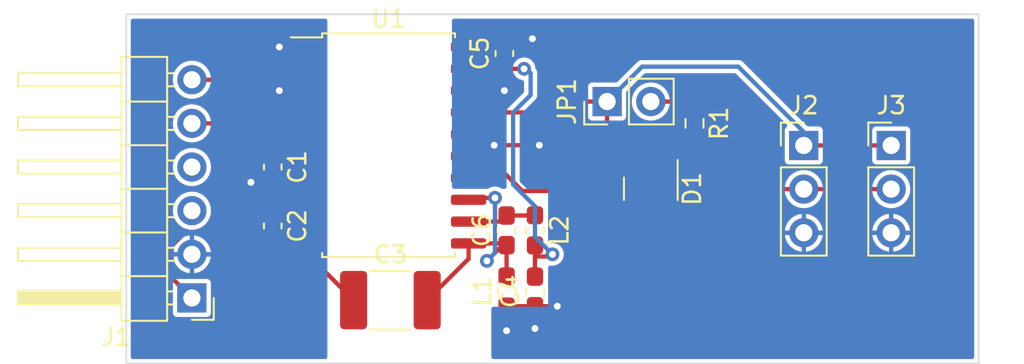
<source format=kicad_pcb>
(kicad_pcb (version 20221231) (generator pcbnew)
  (layers (0 "F.Cu" signal) (31 "B.Cu" signal) (34 "B.Paste" user) (35 "F.Paste" user) (36 "B.SilkS" user "B.Silkscreen") (37 "F.SilkS" user "F.Silkscreen") (38 "B.Mask" user) (39 "F.Mask" user) (44 "Edge.Cuts" user))
  (net 0 "")
  (net 1 "Net-(J1-Pin_1)")
  (net 2 "GND")
  (net 3 "GND1")
  (net 4 "GND2")
  (net 5 "Net-(U1-VISOIN)")
  (net 6 "Net-(U1-VISOOUT)")
  (net 7 "Net-(D1-A1)")
  (net 8 "Net-(D1-A2)")
  (net 11 "Net-(J1-Pin_5)")
  (net 12 "Net-(J1-Pin_6)")
  (net 13 "Net-(JP1-B)")
  (footprint "Capacitor_SMD:C_0603_1608Metric_Pad1.08x0.95mm_HandSolder" (layer "F.Cu") (at 119.888 65.913 90)
    (fp_text reference "C6" (at 0 -1.43 90) (layer "F.SilkS"))
    (fp_text value "C")
    (fp_line (start -0.146267 -0.51) (end 0.146267 -0.51) (stroke (width 0.12)) (layer "F.SilkS"))
    (fp_line (start -0.146267 0.51) (end 0.146267 0.51) (stroke (width 0.12)) (layer "F.SilkS"))
    (pad "1" smd roundrect (at -0.8625 0 90) (size 1.075 0.95) (layers "F.Cu" "F.Paste" "F.Mask") (net 3 "GND1"))
    (pad "2" smd roundrect (at 0.8625 0 90) (size 1.075 0.95) (layers "F.Cu" "F.Paste" "F.Mask") (net 6 "Net-(U1-VISOOUT)"))
  )
  (footprint "Connector_PinHeader_2.54mm:PinHeader_1x03_P2.54mm_Vertical" (layer "F.Cu") (at 142.24 60.975)
    (fp_text reference "J3" (at 0 -2.33) (layer "F.SilkS"))
    (fp_text value "Conn_01x03_Female")
    (fp_line (start -1.33 -1.33) (end 0 -1.33) (stroke (width 0.12)) (layer "F.SilkS"))
    (fp_line (start -1.33 0) (end -1.33 -1.33) (stroke (width 0.12)) (layer "F.SilkS"))
    (fp_line (start -1.33 1.27) (end -1.33 6.41) (stroke (width 0.12)) (layer "F.SilkS"))
    (fp_line (start -1.33 1.27) (end 1.33 1.27) (stroke (width 0.12)) (layer "F.SilkS"))
    (fp_line (start -1.33 6.41) (end 1.33 6.41) (stroke (width 0.12)) (layer "F.SilkS"))
    (fp_line (start 1.33 1.27) (end 1.33 6.41) (stroke (width 0.12)) (layer "F.SilkS"))
    (pad "1" thru_hole rect (at 0 0) (size 1.7 1.7) (drill 1) (layers *.Cu *.Mask) (net 8 "Net-(D1-A2)"))
    (pad "2" thru_hole oval (at 0 2.54) (size 1.7 1.7) (drill 1) (layers *.Cu *.Mask) (net 7 "Net-(D1-A1)"))
    (pad "3" thru_hole oval (at 0 5.08) (size 1.7 1.7) (drill 1) (layers *.Cu *.Mask) (net 4 "GND2"))
  )
  (footprint "Inductor_SMD:L_0603_1608Metric_Pad1.05x0.95mm_HandSolder" (layer "F.Cu") (at 119.888 69.469 90)
    (fp_text reference "L1" (at 0 -1.43 90) (layer "F.SilkS"))
    (fp_text value "L")
    (fp_line (start -0.171267 -0.51) (end 0.171267 -0.51) (stroke (width 0.12)) (layer "F.SilkS"))
    (fp_line (start -0.171267 0.51) (end 0.171267 0.51) (stroke (width 0.12)) (layer "F.SilkS"))
    (pad "1" smd roundrect (at -0.875 0 90) (size 1.05 0.95) (layers "F.Cu" "F.Paste" "F.Mask") (net 4 "GND2"))
    (pad "2" smd roundrect (at 0.875 0 90) (size 1.05 0.95) (layers "F.Cu" "F.Paste" "F.Mask") (net 3 "GND1"))
  )
  (footprint "Capacitor_SMD:C_0603_1608Metric_Pad1.08x0.95mm_HandSolder" (layer "F.Cu") (at 121.539 69.469 90)
    (fp_text reference "C4" (at 0 -1.43 90) (layer "F.SilkS"))
    (fp_text value "C")
    (fp_line (start -0.146267 -0.51) (end 0.146267 -0.51) (stroke (width 0.12)) (layer "F.SilkS"))
    (fp_line (start -0.146267 0.51) (end 0.146267 0.51) (stroke (width 0.12)) (layer "F.SilkS"))
    (pad "1" smd roundrect (at -0.8625 0 90) (size 1.075 0.95) (layers "F.Cu" "F.Paste" "F.Mask") (net 4 "GND2"))
    (pad "2" smd roundrect (at 0.8625 0 90) (size 1.075 0.95) (layers "F.Cu" "F.Paste" "F.Mask") (net 5 "Net-(U1-VISOIN)"))
  )
  (footprint "Capacitor_SMD:C_0603_1608Metric_Pad1.08x0.95mm_HandSolder" (layer "F.Cu") (at 106.299 62.23 -90)
    (fp_text reference "C1" (at 0 -1.43 90) (layer "F.SilkS"))
    (fp_text value "C")
    (fp_line (start -0.146267 -0.51) (end 0.146267 -0.51) (stroke (width 0.12)) (layer "F.SilkS"))
    (fp_line (start -0.146267 0.51) (end 0.146267 0.51) (stroke (width 0.12)) (layer "F.SilkS"))
    (pad "1" smd roundrect (at -0.8625 0 270) (size 1.075 0.95) (layers "F.Cu" "F.Paste" "F.Mask") (net 1 "Net-(J1-Pin_1)"))
    (pad "2" smd roundrect (at 0.8625 0 270) (size 1.075 0.95) (layers "F.Cu" "F.Paste" "F.Mask") (net 2 "GND"))
  )
  (footprint "Capacitor_SMD:C_0603_1608Metric_Pad1.08x0.95mm_HandSolder" (layer "F.Cu") (at 106.299 65.659 -90)
    (fp_text reference "C2" (at 0 -1.43 90) (layer "F.SilkS"))
    (fp_text value "C")
    (fp_line (start -0.146267 -0.51) (end 0.146267 -0.51) (stroke (width 0.12)) (layer "F.SilkS"))
    (fp_line (start -0.146267 0.51) (end 0.146267 0.51) (stroke (width 0.12)) (layer "F.SilkS"))
    (pad "1" smd roundrect (at -0.8625 0 270) (size 1.075 0.95) (layers "F.Cu" "F.Paste" "F.Mask") (net 1 "Net-(J1-Pin_1)"))
    (pad "2" smd roundrect (at 0.8625 0 270) (size 1.075 0.95) (layers "F.Cu" "F.Paste" "F.Mask") (net 2 "GND"))
  )
  (footprint "Connector_PinHeader_2.54mm:PinHeader_1x02_P2.54mm_Vertical" (layer "F.Cu") (at 125.73 58.42 90)
    (fp_text reference "JP1" (at 0 -2.33 90) (layer "F.SilkS"))
    (fp_text value "Jumper_2_Open")
    (fp_line (start -1.33 -1.33) (end 0 -1.33) (stroke (width 0.12)) (layer "F.SilkS"))
    (fp_line (start -1.33 0) (end -1.33 -1.33) (stroke (width 0.12)) (layer "F.SilkS"))
    (fp_line (start -1.33 1.27) (end -1.33 3.87) (stroke (width 0.12)) (layer "F.SilkS"))
    (fp_line (start -1.33 1.27) (end 1.33 1.27) (stroke (width 0.12)) (layer "F.SilkS"))
    (fp_line (start -1.33 3.87) (end 1.33 3.87) (stroke (width 0.12)) (layer "F.SilkS"))
    (fp_line (start 1.33 1.27) (end 1.33 3.87) (stroke (width 0.12)) (layer "F.SilkS"))
    (pad "1" thru_hole rect (at 0 0 90) (size 1.7 1.7) (drill 1) (layers *.Cu *.Mask) (net 8 "Net-(D1-A2)"))
    (pad "2" thru_hole oval (at 0 2.54 90) (size 1.7 1.7) (drill 1) (layers *.Cu *.Mask) (net 13 "Net-(JP1-B)"))
  )
  (footprint "Resistor_SMD:R_0603_1608Metric_Pad0.98x0.95mm_HandSolder" (layer "F.Cu") (at 130.81 59.69 -90)
    (fp_text reference "R1" (at 0 -1.43 90) (layer "F.SilkS"))
    (fp_text value "R")
    (fp_line (start -0.254724 -0.5225) (end 0.254724 -0.5225) (stroke (width 0.12)) (layer "F.SilkS"))
    (fp_line (start -0.254724 0.5225) (end 0.254724 0.5225) (stroke (width 0.12)) (layer "F.SilkS"))
    (pad "1" smd roundrect (at -0.9125 0 270) (size 0.975 0.95) (layers "F.Cu" "F.Paste" "F.Mask") (net 13 "Net-(JP1-B)"))
    (pad "2" smd roundrect (at 0.9125 0 270) (size 0.975 0.95) (layers "F.Cu" "F.Paste" "F.Mask") (net 7 "Net-(D1-A1)"))
  )
  (footprint "Package_SO:SOIC-20W_7.5x12.8mm_P1.27mm" (layer "F.Cu") (at 113.03 60.96)
    (fp_text reference "U1" (at 0 -7.35) (layer "F.SilkS"))
    (fp_text value "ADM3053")
    (fp_line (start -3.86 -6.51) (end -3.86 -6.275) (stroke (width 0.12)) (layer "F.SilkS"))
    (fp_line (start -3.86 -6.275) (end -5.675 -6.275) (stroke (width 0.12)) (layer "F.SilkS"))
    (fp_line (start -3.86 6.51) (end -3.86 6.275) (stroke (width 0.12)) (layer "F.SilkS"))
    (fp_line (start 0 -6.51) (end -3.86 -6.51) (stroke (width 0.12)) (layer "F.SilkS"))
    (fp_line (start 0 -6.51) (end 3.86 -6.51) (stroke (width 0.12)) (layer "F.SilkS"))
    (fp_line (start 0 6.51) (end -3.86 6.51) (stroke (width 0.12)) (layer "F.SilkS"))
    (fp_line (start 0 6.51) (end 3.86 6.51) (stroke (width 0.12)) (layer "F.SilkS"))
    (fp_line (start 3.86 -6.51) (end 3.86 -6.275) (stroke (width 0.12)) (layer "F.SilkS"))
    (fp_line (start 3.86 6.51) (end 3.86 6.275) (stroke (width 0.12)) (layer "F.SilkS"))
    (pad "1" smd roundrect (at -4.65 -5.715) (size 2.05 0.6) (layers "F.Cu" "F.Paste" "F.Mask") (net 2 "GND"))
    (pad "2" smd roundrect (at -4.65 -4.445) (size 2.05 0.6) (layers "F.Cu" "F.Paste" "F.Mask"))
    (pad "3" smd roundrect (at -4.65 -3.175) (size 2.05 0.6) (layers "F.Cu" "F.Paste" "F.Mask") (net 2 "GND"))
    (pad "4" smd roundrect (at -4.65 -1.905) (size 2.05 0.6) (layers "F.Cu" "F.Paste" "F.Mask") (net 12 "Net-(J1-Pin_6)"))
    (pad "5" smd roundrect (at -4.65 -0.635) (size 2.05 0.6) (layers "F.Cu" "F.Paste" "F.Mask") (net 11 "Net-(J1-Pin_5)"))
    (pad "6" smd roundrect (at -4.65 0.635) (size 2.05 0.6) (layers "F.Cu" "F.Paste" "F.Mask") (net 1 "Net-(J1-Pin_1)"))
    (pad "7" smd roundrect (at -4.65 1.905) (size 2.05 0.6) (layers "F.Cu" "F.Paste" "F.Mask") (net 2 "GND"))
    (pad "8" smd roundrect (at -4.65 3.175) (size 2.05 0.6) (layers "F.Cu" "F.Paste" "F.Mask") (net 1 "Net-(J1-Pin_1)"))
    (pad "9" smd roundrect (at -4.65 4.445) (size 2.05 0.6) (layers "F.Cu" "F.Paste" "F.Mask") (net 2 "GND"))
    (pad "10" smd roundrect (at -4.65 5.715) (size 2.05 0.6) (layers "F.Cu" "F.Paste" "F.Mask") (net 2 "GND"))
    (pad "11" smd roundrect (at 4.65 5.715) (size 2.05 0.6) (layers "F.Cu" "F.Paste" "F.Mask") (net 3 "GND1"))
    (pad "12" smd roundrect (at 4.65 4.445) (size 2.05 0.6) (layers "F.Cu" "F.Paste" "F.Mask") (net 6 "Net-(U1-VISOOUT)"))
    (pad "13" smd roundrect (at 4.65 3.175) (size 2.05 0.6) (layers "F.Cu" "F.Paste" "F.Mask") (net 3 "GND1"))
    (pad "14" smd roundrect (at 4.65 1.905) (size 2.05 0.6) (layers "F.Cu" "F.Paste" "F.Mask"))
    (pad "15" smd roundrect (at 4.65 0.635) (size 2.05 0.6) (layers "F.Cu" "F.Paste" "F.Mask") (net 7 "Net-(D1-A1)"))
    (pad "16" smd roundrect (at 4.65 -0.635) (size 2.05 0.6) (layers "F.Cu" "F.Paste" "F.Mask") (net 4 "GND2"))
    (pad "17" smd roundrect (at 4.65 -1.905) (size 2.05 0.6) (layers "F.Cu" "F.Paste" "F.Mask") (net 8 "Net-(D1-A2)"))
    (pad "18" smd roundrect (at 4.65 -3.175) (size 2.05 0.6) (layers "F.Cu" "F.Paste" "F.Mask") (net 4 "GND2"))
    (pad "19" smd roundrect (at 4.65 -4.445) (size 2.05 0.6) (layers "F.Cu" "F.Paste" "F.Mask") (net 5 "Net-(U1-VISOIN)"))
    (pad "20" smd roundrect (at 4.65 -5.715) (size 2.05 0.6) (layers "F.Cu" "F.Paste" "F.Mask") (net 4 "GND2"))
  )
  (footprint "Capacitor_SMD:C_0603_1608Metric_Pad1.08x0.95mm_HandSolder" (layer "F.Cu") (at 119.761 55.626 90)
    (fp_text reference "C5" (at 0 -1.43 90) (layer "F.SilkS"))
    (fp_text value "C")
    (fp_line (start -0.146267 -0.51) (end 0.146267 -0.51) (stroke (width 0.12)) (layer "F.SilkS"))
    (fp_line (start -0.146267 0.51) (end 0.146267 0.51) (stroke (width 0.12)) (layer "F.SilkS"))
    (pad "1" smd roundrect (at -0.8625 0 90) (size 1.075 0.95) (layers "F.Cu" "F.Paste" "F.Mask") (net 5 "Net-(U1-VISOIN)"))
    (pad "2" smd roundrect (at 0.8625 0 90) (size 1.075 0.95) (layers "F.Cu" "F.Paste" "F.Mask") (net 4 "GND2"))
  )
  (footprint "Capacitor_SMD:C_1812_4532Metric_Pad1.57x3.40mm_HandSolder" (layer "F.Cu") (at 113.1355 69.977)
    (fp_text reference "C3" (at 0 -2.65) (layer "F.SilkS"))
    (fp_text value "C")
    (fp_line (start -1.161252 -1.71) (end 1.161252 -1.71) (stroke (width 0.12)) (layer "F.SilkS"))
    (fp_line (start -1.161252 1.71) (end 1.161252 1.71) (stroke (width 0.12)) (layer "F.SilkS"))
    (pad "1" smd roundrect (at -2.1375 0) (size 1.575 3.4) (layers "F.Cu" "F.Paste" "F.Mask") (roundrect_rratio 0.15873) (net 2 "GND"))
    (pad "2" smd roundrect (at 2.1375 0) (size 1.575 3.4) (layers "F.Cu" "F.Paste" "F.Mask") (roundrect_rratio 0.15873) (net 3 "GND1"))
  )
  (footprint "Connector_PinHeader_2.54mm:PinHeader_1x03_P2.54mm_Vertical" (layer "F.Cu") (at 137.16 60.975)
    (fp_text reference "J2" (at 0 -2.33) (layer "F.SilkS"))
    (fp_text value "Conn_01x03_Female")
    (fp_line (start -1.33 -1.33) (end 0 -1.33) (stroke (width 0.12)) (layer "F.SilkS"))
    (fp_line (start -1.33 0) (end -1.33 -1.33) (stroke (width 0.12)) (layer "F.SilkS"))
    (fp_line (start -1.33 1.27) (end -1.33 6.41) (stroke (width 0.12)) (layer "F.SilkS"))
    (fp_line (start -1.33 1.27) (end 1.33 1.27) (stroke (width 0.12)) (layer "F.SilkS"))
    (fp_line (start -1.33 6.41) (end 1.33 6.41) (stroke (width 0.12)) (layer "F.SilkS"))
    (fp_line (start 1.33 1.27) (end 1.33 6.41) (stroke (width 0.12)) (layer "F.SilkS"))
    (pad "1" thru_hole rect (at 0 0) (size 1.7 1.7) (drill 1) (layers *.Cu *.Mask) (net 8 "Net-(D1-A2)"))
    (pad "2" thru_hole oval (at 0 2.54) (size 1.7 1.7) (drill 1) (layers *.Cu *.Mask) (net 7 "Net-(D1-A1)"))
    (pad "3" thru_hole oval (at 0 5.08) (size 1.7 1.7) (drill 1) (layers *.Cu *.Mask) (net 4 "GND2"))
  )
  (footprint "Package_TO_SOT_SMD:SOT-23" (layer "F.Cu") (at 128.27 63.5 -90)
    (fp_text reference "D1" (at 0 -2.4 90) (layer "F.SilkS"))
    (fp_text value "SM712_SOT23")
    (fp_line (start 0 -1.56) (end -1.675 -1.56) (stroke (width 0.12)) (layer "F.SilkS"))
    (fp_line (start 0 -1.56) (end 0.65 -1.56) (stroke (width 0.12)) (layer "F.SilkS"))
    (fp_line (start 0 1.56) (end -0.65 1.56) (stroke (width 0.12)) (layer "F.SilkS"))
    (fp_line (start 0 1.56) (end 0.65 1.56) (stroke (width 0.12)) (layer "F.SilkS"))
    (pad "1" smd roundrect (at -0.9375 -0.95 270) (size 1.475 0.6) (layers "F.Cu" "F.Paste" "F.Mask") (net 7 "Net-(D1-A1)"))
    (pad "2" smd roundrect (at -0.9375 0.95 270) (size 1.475 0.6) (layers "F.Cu" "F.Paste" "F.Mask") (net 8 "Net-(D1-A2)"))
    (pad "3" smd roundrect (at 0.9375 0 270) (size 1.475 0.6) (layers "F.Cu" "F.Paste" "F.Mask") (net 4 "GND2"))
  )
  (footprint "Inductor_SMD:L_0603_1608Metric_Pad1.05x0.95mm_HandSolder" (layer "F.Cu") (at 121.539 65.913 -90)
    (fp_text reference "L2" (at 0 -1.43 90) (layer "F.SilkS"))
    (fp_text value "L")
    (fp_line (start -0.171267 -0.51) (end 0.171267 -0.51) (stroke (width 0.12)) (layer "F.SilkS"))
    (fp_line (start -0.171267 0.51) (end 0.171267 0.51) (stroke (width 0.12)) (layer "F.SilkS"))
    (pad "1" smd roundrect (at -0.875 0 270) (size 1.05 0.95) (layers "F.Cu" "F.Paste" "F.Mask") (net 6 "Net-(U1-VISOOUT)"))
    (pad "2" smd roundrect (at 0.875 0 270) (size 1.05 0.95) (layers "F.Cu" "F.Paste" "F.Mask") (net 5 "Net-(U1-VISOIN)"))
  )
  (footprint "Connector_PinHeader_2.54mm:PinHeader_1x06_P2.54mm_Horizontal" (layer "F.Cu") (at 101.6 69.85 180)
    (fp_text reference "J1" (at 4.385 -2.27) (layer "F.SilkS"))
    (fp_text value "Conn_01x06_Male")
    (fp_line (start -1.27 -1.27) (end 0 -1.27) (stroke (width 0.12)) (layer "F.SilkS"))
    (fp_line (start -1.27 0) (end -1.27 -1.27) (stroke (width 0.12)) (layer "F.SilkS"))
    (fp_line (start 1.042929 2.16) (end 1.44 2.16) (stroke (width 0.12)) (layer "F.SilkS"))
    (fp_line (start 1.042929 2.92) (end 1.44 2.92) (stroke (width 0.12)) (layer "F.SilkS"))
    (fp_line (start 1.042929 4.7) (end 1.44 4.7) (stroke (width 0.12)) (layer "F.SilkS"))
    (fp_line (start 1.042929 5.46) (end 1.44 5.46) (stroke (width 0.12)) (layer "F.SilkS"))
    (fp_line (start 1.042929 7.24) (end 1.44 7.24) (stroke (width 0.12)) (layer "F.SilkS"))
    (fp_line (start 1.042929 8) (end 1.44 8) (stroke (width 0.12)) (layer "F.SilkS"))
    (fp_line (start 1.042929 9.78) (end 1.44 9.78) (stroke (width 0.12)) (layer "F.SilkS"))
    (fp_line (start 1.042929 10.54) (end 1.44 10.54) (stroke (width 0.12)) (layer "F.SilkS"))
    (fp_line (start 1.042929 12.32) (end 1.44 12.32) (stroke (width 0.12)) (layer "F.SilkS"))
    (fp_line (start 1.042929 13.08) (end 1.44 13.08) (stroke (width 0.12)) (layer "F.SilkS"))
    (fp_line (start 1.11 -0.38) (end 1.44 -0.38) (stroke (width 0.12)) (layer "F.SilkS"))
    (fp_line (start 1.11 0.38) (end 1.44 0.38) (stroke (width 0.12)) (layer "F.SilkS"))
    (fp_line (start 1.44 -1.33) (end 1.44 14.03) (stroke (width 0.12)) (layer "F.SilkS"))
    (fp_line (start 1.44 1.27) (end 4.1 1.27) (stroke (width 0.12)) (layer "F.SilkS"))
    (fp_line (start 1.44 3.81) (end 4.1 3.81) (stroke (width 0.12)) (layer "F.SilkS"))
    (fp_line (start 1.44 6.35) (end 4.1 6.35) (stroke (width 0.12)) (layer "F.SilkS"))
    (fp_line (start 1.44 8.89) (end 4.1 8.89) (stroke (width 0.12)) (layer "F.SilkS"))
    (fp_line (start 1.44 11.43) (end 4.1 11.43) (stroke (width 0.12)) (layer "F.SilkS"))
    (fp_line (start 1.44 14.03) (end 4.1 14.03) (stroke (width 0.12)) (layer "F.SilkS"))
    (fp_line (start 4.1 -1.33) (end 1.44 -1.33) (stroke (width 0.12)) (layer "F.SilkS"))
    (fp_line (start 4.1 -0.38) (end 10.1 -0.38) (stroke (width 0.12)) (layer "F.SilkS"))
    (fp_line (start 4.1 -0.32) (end 10.1 -0.32) (stroke (width 0.12)) (layer "F.SilkS"))
    (fp_line (start 4.1 -0.2) (end 10.1 -0.2) (stroke (width 0.12)) (layer "F.SilkS"))
    (fp_line (start 4.1 -0.08) (end 10.1 -0.08) (stroke (width 0.12)) (layer "F.SilkS"))
    (fp_line (start 4.1 0.04) (end 10.1 0.04) (stroke (width 0.12)) (layer "F.SilkS"))
    (fp_line (start 4.1 0.16) (end 10.1 0.16) (stroke (width 0.12)) (layer "F.SilkS"))
    (fp_line (start 4.1 0.28) (end 10.1 0.28) (stroke (width 0.12)) (layer "F.SilkS"))
    (fp_line (start 4.1 2.16) (end 10.1 2.16) (stroke (width 0.12)) (layer "F.SilkS"))
    (fp_line (start 4.1 4.7) (end 10.1 4.7) (stroke (width 0.12)) (layer "F.SilkS"))
    (fp_line (start 4.1 7.24) (end 10.1 7.24) (stroke (width 0.12)) (layer "F.SilkS"))
    (fp_line (start 4.1 9.78) (end 10.1 9.78) (stroke (width 0.12)) (layer "F.SilkS"))
    (fp_line (start 4.1 12.32) (end 10.1 12.32) (stroke (width 0.12)) (layer "F.SilkS"))
    (fp_line (start 4.1 14.03) (end 4.1 -1.33) (stroke (width 0.12)) (layer "F.SilkS"))
    (fp_line (start 10.1 -0.38) (end 10.1 0.38) (stroke (width 0.12)) (layer "F.SilkS"))
    (fp_line (start 10.1 0.38) (end 4.1 0.38) (stroke (width 0.12)) (layer "F.SilkS"))
    (fp_line (start 10.1 2.16) (end 10.1 2.92) (stroke (width 0.12)) (layer "F.SilkS"))
    (fp_line (start 10.1 2.92) (end 4.1 2.92) (stroke (width 0.12)) (layer "F.SilkS"))
    (fp_line (start 10.1 4.7) (end 10.1 5.46) (stroke (width 0.12)) (layer "F.SilkS"))
    (fp_line (start 10.1 5.46) (end 4.1 5.46) (stroke (width 0.12)) (layer "F.SilkS"))
    (fp_line (start 10.1 7.24) (end 10.1 8) (stroke (width 0.12)) (layer "F.SilkS"))
    (fp_line (start 10.1 8) (end 4.1 8) (stroke (width 0.12)) (layer "F.SilkS"))
    (fp_line (start 10.1 9.78) (end 10.1 10.54) (stroke (width 0.12)) (layer "F.SilkS"))
    (fp_line (start 10.1 10.54) (end 4.1 10.54) (stroke (width 0.12)) (layer "F.SilkS"))
    (fp_line (start 10.1 12.32) (end 10.1 13.08) (stroke (width 0.12)) (layer "F.SilkS"))
    (fp_line (start 10.1 13.08) (end 4.1 13.08) (stroke (width 0.12)) (layer "F.SilkS"))
    (pad "1" thru_hole rect (at 0 0 180) (size 1.7 1.7) (drill 1) (layers *.Cu *.Mask) (net 1 "Net-(J1-Pin_1)"))
    (pad "2" thru_hole oval (at 0 2.54 180) (size 1.7 1.7) (drill 1) (layers *.Cu *.Mask) (net 2 "GND"))
    (pad "3" thru_hole oval (at 0 5.08 180) (size 1.7 1.7) (drill 1) (layers *.Cu *.Mask))
    (pad "4" thru_hole oval (at 0 7.62 180) (size 1.7 1.7) (drill 1) (layers *.Cu *.Mask))
    (pad "5" thru_hole oval (at 0 10.16 180) (size 1.7 1.7) (drill 1) (layers *.Cu *.Mask) (net 11 "Net-(J1-Pin_5)"))
    (pad "6" thru_hole oval (at 0 12.7 180) (size 1.7 1.7) (drill 1) (layers *.Cu *.Mask) (net 12 "Net-(J1-Pin_6)"))
  )
  (gr_line (start 147.32 53.34) (end 97.79 53.34) (stroke (width 0.1)) (layer "Edge.Cuts"))
  (gr_line (start 97.79 73.66) (end 147.32 73.66) (stroke (width 0.1)) (layer "Edge.Cuts"))
  (gr_line (start 97.79 53.34) (end 97.79 73.66) (stroke (width 0.1)) (layer "Edge.Cuts"))
  (gr_line (start 147.32 73.66) (end 147.32 53.34) (stroke (width 0.1)) (layer "Edge.Cuts"))
  (segment (start 100.425489 68.675489) (end 100.425489 66.823501) (width 0.25) (layer "F.Cu") (net 1))
  (segment (start 101.20899 66.04) (end 103.505 66.04) (width 0.25) (layer "F.Cu") (net 1))
  (segment (start 103.505 66.04) (end 103.505 63.618386) (width 0.25) (layer "F.Cu") (net 1))
  (segment (start 105.755886 61.3675) (end 106.299 61.3675) (width 0.25) (layer "F.Cu") (net 1))
  (segment (start 103.505 66.04) (end 105.0555 66.04) (width 0.25) (layer "F.Cu") (net 1))
  (segment (start 108.38 61.595) (end 106.5265 61.595) (width 0.25) (layer "F.Cu") (net 1))
  (segment (start 106.9605 64.135) (end 106.299 64.7965) (width 0.25) (layer "F.Cu") (net 1))
  (segment (start 101.6 69.85) (end 100.425489 68.675489) (width 0.25) (layer "F.Cu") (net 1))
  (segment (start 106.5265 61.595) (end 106.299 61.3675) (width 0.25) (layer "F.Cu") (net 1))
  (segment (start 105.0555 66.04) (end 106.299 64.7965) (width 0.25) (layer "F.Cu") (net 1))
  (segment (start 103.505 63.618386) (end 105.755886 61.3675) (width 0.25) (layer "F.Cu") (net 1))
  (segment (start 100.425489 66.823501) (end 101.20899 66.04) (width 0.25) (layer "F.Cu") (net 1))
  (segment (start 108.38 64.135) (end 106.9605 64.135) (width 0.25) (layer "F.Cu") (net 1))
  (segment (start 108.38 66.675) (end 108.38 67.359) (width 0.25) (layer "F.Cu") (net 2))
  (segment (start 106.4525 66.675) (end 106.299 66.5215) (width 0.25) (layer "F.Cu") (net 2))
  (segment (start 108.38 67.359) (end 110.998 69.977) (width 0.25) (layer "F.Cu") (net 2))
  (segment (start 106.5265 62.865) (end 106.299 63.0925) (width 0.25) (layer "F.Cu") (net 2))
  (segment (start 105.0555 63.0925) (end 105.029 63.119) (width 0.25) (layer "F.Cu") (net 2))
  (segment (start 106.299 63.0925) (end 105.0555 63.0925) (width 0.25) (layer "F.Cu") (net 2))
  (segment (start 108.38 55.245) (end 106.68 55.245) (width 0.25) (layer "F.Cu") (net 2))
  (segment (start 108.38 57.785) (end 106.68 57.785) (width 0.25) (layer "F.Cu") (net 2))
  (segment (start 106.299 66.5215) (end 105.5105 67.31) (width 0.25) (layer "F.Cu") (net 2))
  (segment (start 108.38 66.675) (end 106.4525 66.675) (width 0.25) (layer "F.Cu") (net 2))
  (segment (start 108.38 62.865) (end 106.5265 62.865) (width 0.25) (layer "F.Cu") (net 2))
  (segment (start 105.5105 67.31) (end 101.6 67.31) (width 0.25) (layer "F.Cu") (net 2))
  (segment (start 108.38 65.405) (end 108.38 66.675) (width 0.25) (layer "F.Cu") (net 2))
  (via (at 105.029 63.119) (size 0.8) (drill 0.4) (layers "F.Cu" "B.Cu") (net 2))
  (via (at 106.68 57.785) (size 0.8) (drill 0.4) (layers "F.Cu" "B.Cu") (net 2))
  (via (at 106.68 55.245) (size 0.8) (drill 0.4) (layers "F.Cu" "B.Cu") (net 2))
  (segment (start 119.7875 66.675) (end 119.888 66.7755) (width 0.25) (layer "F.Cu") (net 3))
  (segment (start 117.68 66.675) (end 117.68 67.57) (width 0.25) (layer "F.Cu") (net 3))
  (segment (start 119.888 66.7755) (end 119.6605 66.7755) (width 0.25) (layer "F.Cu") (net 3))
  (segment (start 117.68 67.57) (end 115.273 69.977) (width 0.25) (layer "F.Cu") (net 3))
  (segment (start 117.791392 64.023608) (end 117.68 64.135) (width 0.25) (layer "F.Cu") (net 3))
  (segment (start 119.888 66.7755) (end 119.888 68.594) (width 0.25) (layer "F.Cu") (net 3))
  (segment (start 119.215533 64.023608) (end 117.791392 64.023608) (width 0.25) (layer "F.Cu") (net 3))
  (segment (start 117.68 66.675) (end 119.7875 66.675) (width 0.25) (layer "F.Cu") (net 3))
  (segment (start 119.6605 66.7755) (end 118.745 67.691) (width 0.25) (layer "F.Cu") (net 3))
  (via (at 119.215533 64.023608) (size 0.8) (drill 0.4) (layers "F.Cu" "B.Cu") (net 3))
  (via (at 118.745 67.691) (size 0.8) (drill 0.4) (layers "F.Cu" "B.Cu") (net 3))
  (segment (start 119.215533 67.220467) (end 119.215533 64.023608) (width 0.25) (layer "B.Cu") (net 3))
  (segment (start 118.745 67.691) (end 119.215533 67.220467) (width 0.25) (layer "B.Cu") (net 3))
  (segment (start 121.539 70.3315) (end 121.539 71.628) (width 0.25) (layer "F.Cu") (net 4))
  (segment (start 117.68 57.785) (end 119.761 57.785) (width 0.25) (layer "F.Cu") (net 4))
  (segment (start 118.5285 60.325) (end 119.1635 60.96) (width 0.25) (layer "F.Cu") (net 4))
  (segment (start 130.7315 64.4375) (end 132.349 66.055) (width 0.25) (layer "F.Cu") (net 4))
  (segment (start 121.539 70.3315) (end 119.9005 70.3315) (width 0.25) (layer "F.Cu") (net 4))
  (segment (start 117.68 60.325) (end 118.5285 60.325) (width 0.25) (layer "F.Cu") (net 4))
  (segment (start 119.888 70.344) (end 119.888 71.755) (width 0.25) (layer "F.Cu") (net 4))
  (segment (start 119.761 54.7635) (end 121.3855 54.7635) (width 0.25) (layer "F.Cu") (net 4))
  (segment (start 128.27 64.4375) (end 130.7315 64.4375) (width 0.25) (layer "F.Cu") (net 4))
  (segment (start 122.8355 70.3315) (end 121.539 70.3315) (width 0.25) (layer "F.Cu") (net 4))
  (segment (start 119.2795 55.245) (end 119.761 54.7635) (width 0.25) (layer "F.Cu") (net 4))
  (segment (start 137.16 66.055) (end 142.24 66.055) (width 0.25) (layer "F.Cu") (net 4))
  (segment (start 121.412 54.737) (end 121.3855 54.7635) (width 0.25) (layer "F.Cu") (net 4))
  (segment (start 119.1635 60.96) (end 121.539 60.96) (width 0.25) (layer "F.Cu") (net 4))
  (segment (start 121.539 60.96) (end 121.793 60.96) (width 0.25) (layer "F.Cu") (net 4))
  (segment (start 128.27 64.4375) (end 128.27 66.802) (width 0.25) (layer "F.Cu") (net 4))
  (segment (start 128.27 66.802) (end 124.7405 70.3315) (width 0.25) (layer "F.Cu") (net 4))
  (segment (start 119.9005 70.3315) (end 119.888 70.344) (width 0.25) (layer "F.Cu") (net 4))
  (segment (start 117.68 55.245) (end 119.2795 55.245) (width 0.25) (layer "F.Cu") (net 4))
  (segment (start 124.7405 70.3315) (end 122.8355 70.3315) (width 0.25) (layer "F.Cu") (net 4))
  (segment (start 132.349 66.055) (end 137.16 66.055) (width 0.25) (layer "F.Cu") (net 4))
  (via (at 121.3855 54.7635) (size 0.8) (drill 0.4) (layers "F.Cu" "B.Cu") (net 4))
  (via (at 119.1635 60.96) (size 0.8) (drill 0.4) (layers "F.Cu" "B.Cu") (net 4))
  (via (at 121.539 71.628) (size 0.8) (drill 0.4) (layers "F.Cu" "B.Cu") (net 4))
  (via (at 119.761 57.785) (size 0.8) (drill 0.4) (layers "F.Cu" "B.Cu") (net 4))
  (via (at 121.793 60.96) (size 0.8) (drill 0.4) (layers "F.Cu" "B.Cu") (net 4))
  (via (at 122.8355 70.3315) (size 0.8) (drill 0.4) (layers "F.Cu" "B.Cu") (net 4))
  (via (at 119.888 71.755) (size 0.8) (drill 0.4) (layers "F.Cu" "B.Cu") (net 4))
  (segment (start 120.904 56.515) (end 119.7875 56.515) (width 0.25) (layer "F.Cu") (net 5))
  (segment (start 122.428 67.437) (end 122.555 67.31) (width 0.25) (layer "F.Cu") (net 5))
  (segment (start 121.539 66.788) (end 121.539 67.437) (width 0.25) (layer "F.Cu") (net 5))
  (segment (start 119.7875 56.515) (end 119.761 56.4885) (width 0.25) (layer "F.Cu") (net 5))
  (segment (start 121.539 67.437) (end 121.539 68.6065) (width 0.25) (layer "F.Cu") (net 5))
  (segment (start 117.68 56.515) (end 119.7345 56.515) (width 0.25) (layer "F.Cu") (net 5))
  (segment (start 119.7345 56.515) (end 119.761 56.4885) (width 0.25) (layer "F.Cu") (net 5))
  (segment (start 121.539 67.437) (end 122.428 67.437) (width 0.25) (layer "F.Cu") (net 5))
  (via (at 122.555 67.31) (size 0.8) (drill 0.4) (layers "F.Cu" "B.Cu") (net 5))
  (via (at 120.904 56.515) (size 0.8) (drill 0.4) (layers "F.Cu" "B.Cu") (net 5))
  (segment (start 122.555 67.31) (end 121.539 66.294) (width 0.25) (layer "B.Cu") (net 5))
  (segment (start 121.539 64.516) (end 120.269 63.246) (width 0.25) (layer "B.Cu") (net 5))
  (segment (start 121.285 58.039) (end 121.285 56.769) (width 0.25) (layer "B.Cu") (net 5))
  (segment (start 121.539 66.294) (end 121.539 64.516) (width 0.25) (layer "B.Cu") (net 5))
  (segment (start 120.269 63.246) (end 120.269 59.055) (width 0.25) (layer "B.Cu") (net 5))
  (segment (start 121.031 56.515) (end 120.904 56.515) (width 0.25) (layer "B.Cu") (net 5))
  (segment (start 120.269 59.055) (end 121.285 58.039) (width 0.25) (layer "B.Cu") (net 5))
  (segment (start 121.285 56.769) (end 121.031 56.515) (width 0.25) (layer "B.Cu") (net 5))
  (segment (start 119.5335 65.405) (end 119.888 65.0505) (width 0.25) (layer "F.Cu") (net 6))
  (segment (start 117.68 65.405) (end 119.5335 65.405) (width 0.25) (layer "F.Cu") (net 6))
  (segment (start 121.5265 65.0505) (end 121.539 65.038) (width 0.25) (layer "F.Cu") (net 6))
  (segment (start 119.888 65.0505) (end 121.5265 65.0505) (width 0.25) (layer "F.Cu") (net 6))
  (segment (start 130.81 60.9725) (end 129.22 62.5625) (width 0.25) (layer "F.Cu") (net 7))
  (segment (start 133.7225 63.515) (end 137.16 63.515) (width 0.25) (layer "F.Cu") (net 7))
  (segment (start 130.81 60.6025) (end 130.81 60.9725) (width 0.25) (layer "F.Cu") (net 7))
  (segment (start 127.674408 63.62452) (end 128.736428 62.5625) (width 0.25) (layer "F.Cu") (net 7))
  (segment (start 137.16 63.515) (end 142.24 63.515) (width 0.25) (layer "F.Cu") (net 7))
  (segment (start 128.736428 62.5625) (end 129.22 62.5625) (width 0.25) (layer "F.Cu") (net 7))
  (segment (start 118.773886 61.595) (end 120.803406 63.62452) (width 0.25) (layer "F.Cu") (net 7))
  (segment (start 120.803406 63.62452) (end 127.674408 63.62452) (width 0.25) (layer "F.Cu") (net 7))
  (segment (start 130.81 60.6025) (end 133.7225 63.515) (width 0.25) (layer "F.Cu") (net 7))
  (segment (start 117.68 61.595) (end 118.773886 61.595) (width 0.25) (layer "F.Cu") (net 7))
  (segment (start 137.16 60.975) (end 142.24 60.975) (width 0.25) (layer "F.Cu") (net 8))
  (segment (start 121.92 59.055) (end 122.555 58.42) (width 0.25) (layer "F.Cu") (net 8))
  (segment (start 125.73 58.42) (end 125.73 60.9725) (width 0.25) (layer "F.Cu") (net 8))
  (segment (start 125.73 60.9725) (end 127.32 62.5625) (width 0.25) (layer "F.Cu") (net 8))
  (segment (start 117.68 59.055) (end 121.92 59.055) (width 0.25) (layer "F.Cu") (net 8))
  (segment (start 122.555 58.42) (end 125.73 58.42) (width 0.25) (layer "F.Cu") (net 8))
  (segment (start 127.762 56.388) (end 125.73 58.42) (width 0.25) (layer "B.Cu") (net 8))
  (segment (start 137.16 60.975) (end 137.16 60.198) (width 0.25) (layer "B.Cu") (net 8))
  (segment (start 137.16 60.198) (end 133.35 56.388) (width 0.25) (layer "B.Cu") (net 8))
  (segment (start 133.35 56.388) (end 127.762 56.388) (width 0.25) (layer "B.Cu") (net 8))
  (segment (start 105.029 60.325) (end 108.38 60.325) (width 0.25) (layer "F.Cu") (net 11))
  (segment (start 104.394 59.69) (end 105.029 60.325) (width 0.25) (layer "F.Cu") (net 11))
  (segment (start 101.6 59.69) (end 104.394 59.69) (width 0.25) (layer "F.Cu") (net 11))
  (segment (start 101.6 57.15) (end 104.14 57.15) (width 0.25) (layer "F.Cu") (net 12))
  (segment (start 104.14 57.15) (end 106.045 59.055) (width 0.25) (layer "F.Cu") (net 12))
  (segment (start 106.045 59.055) (end 108.38 59.055) (width 0.25) (layer "F.Cu") (net 12))
  (segment (start 128.27 58.42) (end 130.4525 58.42) (width 0.25) (layer "F.Cu") (net 13))
  (segment (start 130.4525 58.42) (end 130.81 58.7775) (width 0.25) (layer "F.Cu") (net 13))
  (zone (net 2) (net_name "GND") (layer "B.Cu") (connect_pads (clearance 0.254)) (min_thickness 0.254) (fill yes (thermal_gap 0.254) (thermal_bridge_width 0.254))
    (polygon (pts (xy 109.474 73.66) (xy 97.79 73.66) (xy 97.79 53.34) (xy 109.474 53.34)))
  )
  (zone (net 4) (net_name "GND2") (layer "B.Cu") (connect_pads (clearance 0.254)) (min_thickness 0.254) (fill yes (thermal_gap 0.254) (thermal_bridge_width 0.254))
    (polygon (pts (xy 147.32 73.66) (xy 118.999 73.66) (xy 118.999 70.358) (xy 122.301 70.358) (xy 122.301 63.5) (xy 116.713 63.5) (xy 116.713 53.34) (xy 147.32 53.34)))
  )
)
</source>
